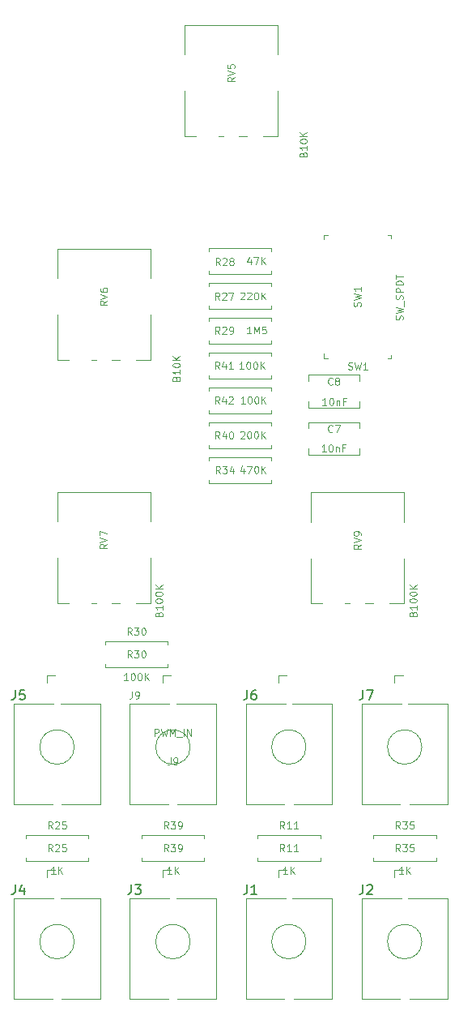
<source format=gbr>
G04 #@! TF.GenerationSoftware,KiCad,Pcbnew,(5.1.4-0-10_14)*
G04 #@! TF.CreationDate,2020-11-15T22:02:50-06:00*
G04 #@! TF.ProjectId,CEM3340_VCO,43454d33-3334-4305-9f56-434f2e6b6963,rev?*
G04 #@! TF.SameCoordinates,Original*
G04 #@! TF.FileFunction,Legend,Top*
G04 #@! TF.FilePolarity,Positive*
%FSLAX46Y46*%
G04 Gerber Fmt 4.6, Leading zero omitted, Abs format (unit mm)*
G04 Created by KiCad (PCBNEW (5.1.4-0-10_14)) date 2020-11-15 22:02:50*
%MOMM*%
%LPD*%
G04 APERTURE LIST*
%ADD10C,0.100000*%
%ADD11C,0.120000*%
%ADD12C,0.125000*%
%ADD13C,0.150000*%
G04 APERTURE END LIST*
D10*
X132115000Y-64420000D02*
X131765000Y-64420000D01*
X132115000Y-64045000D02*
X132115000Y-64420000D01*
X132115000Y-51520000D02*
X132115000Y-51920000D01*
X132115000Y-51520000D02*
X131740000Y-51520000D01*
X125065000Y-51520000D02*
X125490000Y-51520000D01*
X125065000Y-51520000D02*
X125065000Y-51970000D01*
X125065000Y-64395000D02*
X125065000Y-63945000D01*
X125065000Y-64420000D02*
X125490000Y-64420000D01*
D11*
X117020000Y-41210000D02*
X116190000Y-41210000D01*
X114570000Y-41210000D02*
X114040000Y-41210000D01*
X111670000Y-41210000D02*
X110490000Y-41210000D01*
X120230000Y-41210000D02*
X120230000Y-36490000D01*
X110490000Y-32680000D02*
X110490000Y-29620000D01*
X110480000Y-41210000D02*
X110480000Y-36490000D01*
X120230000Y-32680000D02*
X120230000Y-29620000D01*
X120230000Y-41210000D02*
X118740000Y-41210000D01*
X120230000Y-29620000D02*
X110490000Y-29620000D01*
X132460000Y-97530000D02*
X133320000Y-97530000D01*
X132460000Y-97530000D02*
X132460000Y-98330000D01*
X135320000Y-105010000D02*
G75*
G03X135320000Y-105010000I-1800000J0D01*
G01*
X133170000Y-100510000D02*
X129020000Y-100510000D01*
X138020000Y-100510000D02*
X133870000Y-100510000D01*
X133020000Y-111010000D02*
X129020000Y-111010000D01*
X138020000Y-111010000D02*
X134020000Y-111010000D01*
X138020000Y-100510000D02*
X138020000Y-111010000D01*
X129020000Y-100510000D02*
X129020000Y-111010000D01*
X120340000Y-97530000D02*
X121200000Y-97530000D01*
X120340000Y-97530000D02*
X120340000Y-98330000D01*
X123200000Y-105010000D02*
G75*
G03X123200000Y-105010000I-1800000J0D01*
G01*
X121050000Y-100510000D02*
X116900000Y-100510000D01*
X125900000Y-100510000D02*
X121750000Y-100510000D01*
X120900000Y-111010000D02*
X116900000Y-111010000D01*
X125900000Y-111010000D02*
X121900000Y-111010000D01*
X125900000Y-100510000D02*
X125900000Y-111010000D01*
X116900000Y-100510000D02*
X116900000Y-111010000D01*
X96100000Y-97530000D02*
X96960000Y-97530000D01*
X96100000Y-97530000D02*
X96100000Y-98330000D01*
X98960000Y-105010000D02*
G75*
G03X98960000Y-105010000I-1800000J0D01*
G01*
X96810000Y-100510000D02*
X92660000Y-100510000D01*
X101660000Y-100510000D02*
X97510000Y-100510000D01*
X96660000Y-111010000D02*
X92660000Y-111010000D01*
X101660000Y-111010000D02*
X97660000Y-111010000D01*
X101660000Y-100510000D02*
X101660000Y-111010000D01*
X92660000Y-100510000D02*
X92660000Y-111010000D01*
X96100000Y-117850000D02*
X96960000Y-117850000D01*
X96100000Y-117850000D02*
X96100000Y-118650000D01*
X98960000Y-125330000D02*
G75*
G03X98960000Y-125330000I-1800000J0D01*
G01*
X96810000Y-120830000D02*
X92660000Y-120830000D01*
X101660000Y-120830000D02*
X97510000Y-120830000D01*
X96660000Y-131330000D02*
X92660000Y-131330000D01*
X101660000Y-131330000D02*
X97660000Y-131330000D01*
X101660000Y-120830000D02*
X101660000Y-131330000D01*
X92660000Y-120830000D02*
X92660000Y-131330000D01*
X108220000Y-117850000D02*
X109080000Y-117850000D01*
X108220000Y-117850000D02*
X108220000Y-118650000D01*
X111080000Y-125330000D02*
G75*
G03X111080000Y-125330000I-1800000J0D01*
G01*
X108930000Y-120830000D02*
X104780000Y-120830000D01*
X113780000Y-120830000D02*
X109630000Y-120830000D01*
X108780000Y-131330000D02*
X104780000Y-131330000D01*
X113780000Y-131330000D02*
X109780000Y-131330000D01*
X113780000Y-120830000D02*
X113780000Y-131330000D01*
X104780000Y-120830000D02*
X104780000Y-131330000D01*
X132460000Y-117850000D02*
X133320000Y-117850000D01*
X132460000Y-117850000D02*
X132460000Y-118650000D01*
X135320000Y-125330000D02*
G75*
G03X135320000Y-125330000I-1800000J0D01*
G01*
X133170000Y-120830000D02*
X129020000Y-120830000D01*
X138020000Y-120830000D02*
X133870000Y-120830000D01*
X133020000Y-131330000D02*
X129020000Y-131330000D01*
X138020000Y-131330000D02*
X134020000Y-131330000D01*
X138020000Y-120830000D02*
X138020000Y-131330000D01*
X129020000Y-120830000D02*
X129020000Y-131330000D01*
X120340000Y-117850000D02*
X121200000Y-117850000D01*
X120340000Y-117850000D02*
X120340000Y-118650000D01*
X123200000Y-125330000D02*
G75*
G03X123200000Y-125330000I-1800000J0D01*
G01*
X121050000Y-120830000D02*
X116900000Y-120830000D01*
X125900000Y-120830000D02*
X121750000Y-120830000D01*
X120900000Y-131330000D02*
X116900000Y-131330000D01*
X125900000Y-131330000D02*
X121900000Y-131330000D01*
X125900000Y-120830000D02*
X125900000Y-131330000D01*
X116900000Y-120830000D02*
X116900000Y-131330000D01*
X123420000Y-66815000D02*
X123420000Y-66149000D01*
X123420000Y-69591000D02*
X123420000Y-68925000D01*
X128760000Y-66815000D02*
X128760000Y-66149000D01*
X128760000Y-69591000D02*
X128760000Y-68925000D01*
X128760000Y-66149000D02*
X123420000Y-66149000D01*
X128760000Y-69591000D02*
X123420000Y-69591000D01*
X123420000Y-71745000D02*
X123420000Y-71079000D01*
X123420000Y-74521000D02*
X123420000Y-73855000D01*
X128760000Y-71745000D02*
X128760000Y-71079000D01*
X128760000Y-74521000D02*
X128760000Y-73855000D01*
X128760000Y-71079000D02*
X123420000Y-71079000D01*
X128760000Y-74521000D02*
X123420000Y-74521000D01*
X130240000Y-90020000D02*
X129410000Y-90020000D01*
X127790000Y-90020000D02*
X127260000Y-90020000D01*
X124890000Y-90020000D02*
X123710000Y-90020000D01*
X133450000Y-90020000D02*
X133450000Y-85300000D01*
X123710000Y-81490000D02*
X123710000Y-78430000D01*
X123700000Y-90020000D02*
X123700000Y-85300000D01*
X133450000Y-81490000D02*
X133450000Y-78430000D01*
X133450000Y-90020000D02*
X131960000Y-90020000D01*
X133450000Y-78430000D02*
X123710000Y-78430000D01*
X103730000Y-90010000D02*
X102900000Y-90010000D01*
X101280000Y-90010000D02*
X100750000Y-90010000D01*
X98380000Y-90010000D02*
X97200000Y-90010000D01*
X106940000Y-90010000D02*
X106940000Y-85290000D01*
X97200000Y-81480000D02*
X97200000Y-78420000D01*
X97190000Y-90010000D02*
X97190000Y-85290000D01*
X106940000Y-81480000D02*
X106940000Y-78420000D01*
X106940000Y-90010000D02*
X105450000Y-90010000D01*
X106940000Y-78420000D02*
X97200000Y-78420000D01*
X119590000Y-70193332D02*
X119590000Y-69863332D01*
X113050000Y-70193332D02*
X119590000Y-70193332D01*
X113050000Y-69863332D02*
X113050000Y-70193332D01*
X119590000Y-67453332D02*
X119590000Y-67783332D01*
X113050000Y-67453332D02*
X119590000Y-67453332D01*
X113050000Y-67783332D02*
X113050000Y-67453332D01*
X119590000Y-66554999D02*
X119590000Y-66224999D01*
X113050000Y-66554999D02*
X119590000Y-66554999D01*
X113050000Y-66224999D02*
X113050000Y-66554999D01*
X119590000Y-63814999D02*
X119590000Y-64144999D01*
X113050000Y-63814999D02*
X119590000Y-63814999D01*
X113050000Y-64144999D02*
X113050000Y-63814999D01*
X113050000Y-71091665D02*
X113050000Y-71421665D01*
X119590000Y-71091665D02*
X113050000Y-71091665D01*
X119590000Y-71421665D02*
X119590000Y-71091665D01*
X113050000Y-73831665D02*
X113050000Y-73501665D01*
X119590000Y-73831665D02*
X113050000Y-73831665D01*
X119590000Y-73501665D02*
X119590000Y-73831665D01*
X112556666Y-116940000D02*
X112556666Y-116610000D01*
X106016666Y-116940000D02*
X112556666Y-116940000D01*
X106016666Y-116610000D02*
X106016666Y-116940000D01*
X112556666Y-114200000D02*
X112556666Y-114530000D01*
X106016666Y-114200000D02*
X112556666Y-114200000D01*
X106016666Y-114530000D02*
X106016666Y-114200000D01*
X136810000Y-116940000D02*
X136810000Y-116610000D01*
X130270000Y-116940000D02*
X136810000Y-116940000D01*
X130270000Y-116610000D02*
X130270000Y-116940000D01*
X136810000Y-114200000D02*
X136810000Y-114530000D01*
X130270000Y-114200000D02*
X136810000Y-114200000D01*
X130270000Y-114530000D02*
X130270000Y-114200000D01*
X108220000Y-97530000D02*
X109080000Y-97530000D01*
X108220000Y-97530000D02*
X108220000Y-98330000D01*
X111080000Y-105010000D02*
G75*
G03X111080000Y-105010000I-1800000J0D01*
G01*
X108930000Y-100510000D02*
X104780000Y-100510000D01*
X113780000Y-100510000D02*
X109630000Y-100510000D01*
X108780000Y-111010000D02*
X104780000Y-111010000D01*
X113780000Y-111010000D02*
X109780000Y-111010000D01*
X113780000Y-100510000D02*
X113780000Y-111010000D01*
X104780000Y-100510000D02*
X104780000Y-111010000D01*
X119590000Y-77470000D02*
X119590000Y-77140000D01*
X113050000Y-77470000D02*
X119590000Y-77470000D01*
X113050000Y-77140000D02*
X113050000Y-77470000D01*
X119590000Y-74730000D02*
X119590000Y-75060000D01*
X113050000Y-74730000D02*
X119590000Y-74730000D01*
X113050000Y-75060000D02*
X113050000Y-74730000D01*
X108740000Y-96700000D02*
X108740000Y-96370000D01*
X102200000Y-96700000D02*
X108740000Y-96700000D01*
X102200000Y-96370000D02*
X102200000Y-96700000D01*
X108740000Y-93960000D02*
X108740000Y-94290000D01*
X102200000Y-93960000D02*
X108740000Y-93960000D01*
X102200000Y-94290000D02*
X102200000Y-93960000D01*
X113050000Y-60176666D02*
X113050000Y-60506666D01*
X119590000Y-60176666D02*
X113050000Y-60176666D01*
X119590000Y-60506666D02*
X119590000Y-60176666D01*
X113050000Y-62916666D02*
X113050000Y-62586666D01*
X119590000Y-62916666D02*
X113050000Y-62916666D01*
X119590000Y-62586666D02*
X119590000Y-62916666D01*
X113050000Y-52900000D02*
X113050000Y-53230000D01*
X119590000Y-52900000D02*
X113050000Y-52900000D01*
X119590000Y-53230000D02*
X119590000Y-52900000D01*
X113050000Y-55640000D02*
X113050000Y-55310000D01*
X119590000Y-55640000D02*
X113050000Y-55640000D01*
X119590000Y-55310000D02*
X119590000Y-55640000D01*
X113050000Y-56538333D02*
X113050000Y-56868333D01*
X119590000Y-56538333D02*
X113050000Y-56538333D01*
X119590000Y-56868333D02*
X119590000Y-56538333D01*
X113050000Y-59278333D02*
X113050000Y-58948333D01*
X119590000Y-59278333D02*
X113050000Y-59278333D01*
X119590000Y-58948333D02*
X119590000Y-59278333D01*
X100430000Y-116940000D02*
X100430000Y-116610000D01*
X93890000Y-116940000D02*
X100430000Y-116940000D01*
X93890000Y-116610000D02*
X93890000Y-116940000D01*
X100430000Y-114200000D02*
X100430000Y-114530000D01*
X93890000Y-114200000D02*
X100430000Y-114200000D01*
X93890000Y-114530000D02*
X93890000Y-114200000D01*
X124683332Y-116940000D02*
X124683332Y-116610000D01*
X118143332Y-116940000D02*
X124683332Y-116940000D01*
X118143332Y-116610000D02*
X118143332Y-116940000D01*
X124683332Y-114200000D02*
X124683332Y-114530000D01*
X118143332Y-114200000D02*
X124683332Y-114200000D01*
X118143332Y-114530000D02*
X118143332Y-114200000D01*
X103730000Y-64600000D02*
X102900000Y-64600000D01*
X101280000Y-64600000D02*
X100750000Y-64600000D01*
X98380000Y-64600000D02*
X97200000Y-64600000D01*
X106940000Y-64600000D02*
X106940000Y-59880000D01*
X97200000Y-56070000D02*
X97200000Y-53010000D01*
X97190000Y-64600000D02*
X97190000Y-59880000D01*
X106940000Y-56070000D02*
X106940000Y-53010000D01*
X106940000Y-64600000D02*
X105450000Y-64600000D01*
X106940000Y-53010000D02*
X97200000Y-53010000D01*
D12*
X127630000Y-65563571D02*
X127737142Y-65599285D01*
X127915714Y-65599285D01*
X127987142Y-65563571D01*
X128022857Y-65527857D01*
X128058571Y-65456428D01*
X128058571Y-65385000D01*
X128022857Y-65313571D01*
X127987142Y-65277857D01*
X127915714Y-65242142D01*
X127772857Y-65206428D01*
X127701428Y-65170714D01*
X127665714Y-65135000D01*
X127630000Y-65063571D01*
X127630000Y-64992142D01*
X127665714Y-64920714D01*
X127701428Y-64885000D01*
X127772857Y-64849285D01*
X127951428Y-64849285D01*
X128058571Y-64885000D01*
X128308571Y-64849285D02*
X128487142Y-65599285D01*
X128630000Y-65063571D01*
X128772857Y-65599285D01*
X128951428Y-64849285D01*
X129630000Y-65599285D02*
X129201428Y-65599285D01*
X129415714Y-65599285D02*
X129415714Y-64849285D01*
X129344285Y-64956428D01*
X129272857Y-65027857D01*
X129201428Y-65063571D01*
X133303571Y-60401428D02*
X133339285Y-60294285D01*
X133339285Y-60115714D01*
X133303571Y-60044285D01*
X133267857Y-60008571D01*
X133196428Y-59972857D01*
X133125000Y-59972857D01*
X133053571Y-60008571D01*
X133017857Y-60044285D01*
X132982142Y-60115714D01*
X132946428Y-60258571D01*
X132910714Y-60330000D01*
X132875000Y-60365714D01*
X132803571Y-60401428D01*
X132732142Y-60401428D01*
X132660714Y-60365714D01*
X132625000Y-60330000D01*
X132589285Y-60258571D01*
X132589285Y-60080000D01*
X132625000Y-59972857D01*
X132589285Y-59722857D02*
X133339285Y-59544285D01*
X132803571Y-59401428D01*
X133339285Y-59258571D01*
X132589285Y-59080000D01*
X133410714Y-58972857D02*
X133410714Y-58401428D01*
X133303571Y-58258571D02*
X133339285Y-58151428D01*
X133339285Y-57972857D01*
X133303571Y-57901428D01*
X133267857Y-57865714D01*
X133196428Y-57830000D01*
X133125000Y-57830000D01*
X133053571Y-57865714D01*
X133017857Y-57901428D01*
X132982142Y-57972857D01*
X132946428Y-58115714D01*
X132910714Y-58187142D01*
X132875000Y-58222857D01*
X132803571Y-58258571D01*
X132732142Y-58258571D01*
X132660714Y-58222857D01*
X132625000Y-58187142D01*
X132589285Y-58115714D01*
X132589285Y-57937142D01*
X132625000Y-57830000D01*
X133339285Y-57508571D02*
X132589285Y-57508571D01*
X132589285Y-57222857D01*
X132625000Y-57151428D01*
X132660714Y-57115714D01*
X132732142Y-57080000D01*
X132839285Y-57080000D01*
X132910714Y-57115714D01*
X132946428Y-57151428D01*
X132982142Y-57222857D01*
X132982142Y-57508571D01*
X133339285Y-56758571D02*
X132589285Y-56758571D01*
X132589285Y-56580000D01*
X132625000Y-56472857D01*
X132696428Y-56401428D01*
X132767857Y-56365714D01*
X132910714Y-56330000D01*
X133017857Y-56330000D01*
X133160714Y-56365714D01*
X133232142Y-56401428D01*
X133303571Y-56472857D01*
X133339285Y-56580000D01*
X133339285Y-56758571D01*
X132589285Y-56115714D02*
X132589285Y-55687142D01*
X133339285Y-55901428D02*
X132589285Y-55901428D01*
X128893571Y-58970000D02*
X128929285Y-58862857D01*
X128929285Y-58684285D01*
X128893571Y-58612857D01*
X128857857Y-58577142D01*
X128786428Y-58541428D01*
X128715000Y-58541428D01*
X128643571Y-58577142D01*
X128607857Y-58612857D01*
X128572142Y-58684285D01*
X128536428Y-58827142D01*
X128500714Y-58898571D01*
X128465000Y-58934285D01*
X128393571Y-58970000D01*
X128322142Y-58970000D01*
X128250714Y-58934285D01*
X128215000Y-58898571D01*
X128179285Y-58827142D01*
X128179285Y-58648571D01*
X128215000Y-58541428D01*
X128179285Y-58291428D02*
X128929285Y-58112857D01*
X128393571Y-57970000D01*
X128929285Y-57827142D01*
X128179285Y-57648571D01*
X128929285Y-56970000D02*
X128929285Y-57398571D01*
X128929285Y-57184285D02*
X128179285Y-57184285D01*
X128286428Y-57255714D01*
X128357857Y-57327142D01*
X128393571Y-57398571D01*
X115729285Y-35076428D02*
X115372142Y-35326428D01*
X115729285Y-35505000D02*
X114979285Y-35505000D01*
X114979285Y-35219285D01*
X115015000Y-35147857D01*
X115050714Y-35112142D01*
X115122142Y-35076428D01*
X115229285Y-35076428D01*
X115300714Y-35112142D01*
X115336428Y-35147857D01*
X115372142Y-35219285D01*
X115372142Y-35505000D01*
X114979285Y-34862142D02*
X115729285Y-34612142D01*
X114979285Y-34362142D01*
X114979285Y-33755000D02*
X114979285Y-34112142D01*
X115336428Y-34147857D01*
X115300714Y-34112142D01*
X115265000Y-34040714D01*
X115265000Y-33862142D01*
X115300714Y-33790714D01*
X115336428Y-33755000D01*
X115407857Y-33719285D01*
X115586428Y-33719285D01*
X115657857Y-33755000D01*
X115693571Y-33790714D01*
X115729285Y-33862142D01*
X115729285Y-34040714D01*
X115693571Y-34112142D01*
X115657857Y-34147857D01*
X122916428Y-43125714D02*
X122952142Y-43018571D01*
X122987857Y-42982857D01*
X123059285Y-42947142D01*
X123166428Y-42947142D01*
X123237857Y-42982857D01*
X123273571Y-43018571D01*
X123309285Y-43090000D01*
X123309285Y-43375714D01*
X122559285Y-43375714D01*
X122559285Y-43125714D01*
X122595000Y-43054285D01*
X122630714Y-43018571D01*
X122702142Y-42982857D01*
X122773571Y-42982857D01*
X122845000Y-43018571D01*
X122880714Y-43054285D01*
X122916428Y-43125714D01*
X122916428Y-43375714D01*
X123309285Y-42232857D02*
X123309285Y-42661428D01*
X123309285Y-42447142D02*
X122559285Y-42447142D01*
X122666428Y-42518571D01*
X122737857Y-42590000D01*
X122773571Y-42661428D01*
X122559285Y-41768571D02*
X122559285Y-41697142D01*
X122595000Y-41625714D01*
X122630714Y-41590000D01*
X122702142Y-41554285D01*
X122845000Y-41518571D01*
X123023571Y-41518571D01*
X123166428Y-41554285D01*
X123237857Y-41590000D01*
X123273571Y-41625714D01*
X123309285Y-41697142D01*
X123309285Y-41768571D01*
X123273571Y-41840000D01*
X123237857Y-41875714D01*
X123166428Y-41911428D01*
X123023571Y-41947142D01*
X122845000Y-41947142D01*
X122702142Y-41911428D01*
X122630714Y-41875714D01*
X122595000Y-41840000D01*
X122559285Y-41768571D01*
X123309285Y-41197142D02*
X122559285Y-41197142D01*
X123309285Y-40768571D02*
X122880714Y-41090000D01*
X122559285Y-40768571D02*
X122987857Y-41197142D01*
D13*
X129156666Y-99062380D02*
X129156666Y-99776666D01*
X129109047Y-99919523D01*
X129013809Y-100014761D01*
X128870952Y-100062380D01*
X128775714Y-100062380D01*
X129537619Y-99062380D02*
X130204285Y-99062380D01*
X129775714Y-100062380D01*
X117036666Y-99062380D02*
X117036666Y-99776666D01*
X116989047Y-99919523D01*
X116893809Y-100014761D01*
X116750952Y-100062380D01*
X116655714Y-100062380D01*
X117941428Y-99062380D02*
X117750952Y-99062380D01*
X117655714Y-99110000D01*
X117608095Y-99157619D01*
X117512857Y-99300476D01*
X117465238Y-99490952D01*
X117465238Y-99871904D01*
X117512857Y-99967142D01*
X117560476Y-100014761D01*
X117655714Y-100062380D01*
X117846190Y-100062380D01*
X117941428Y-100014761D01*
X117989047Y-99967142D01*
X118036666Y-99871904D01*
X118036666Y-99633809D01*
X117989047Y-99538571D01*
X117941428Y-99490952D01*
X117846190Y-99443333D01*
X117655714Y-99443333D01*
X117560476Y-99490952D01*
X117512857Y-99538571D01*
X117465238Y-99633809D01*
X92796666Y-99062380D02*
X92796666Y-99776666D01*
X92749047Y-99919523D01*
X92653809Y-100014761D01*
X92510952Y-100062380D01*
X92415714Y-100062380D01*
X93749047Y-99062380D02*
X93272857Y-99062380D01*
X93225238Y-99538571D01*
X93272857Y-99490952D01*
X93368095Y-99443333D01*
X93606190Y-99443333D01*
X93701428Y-99490952D01*
X93749047Y-99538571D01*
X93796666Y-99633809D01*
X93796666Y-99871904D01*
X93749047Y-99967142D01*
X93701428Y-100014761D01*
X93606190Y-100062380D01*
X93368095Y-100062380D01*
X93272857Y-100014761D01*
X93225238Y-99967142D01*
X92796666Y-119382380D02*
X92796666Y-120096666D01*
X92749047Y-120239523D01*
X92653809Y-120334761D01*
X92510952Y-120382380D01*
X92415714Y-120382380D01*
X93701428Y-119715714D02*
X93701428Y-120382380D01*
X93463333Y-119334761D02*
X93225238Y-120049047D01*
X93844285Y-120049047D01*
X104916666Y-119382380D02*
X104916666Y-120096666D01*
X104869047Y-120239523D01*
X104773809Y-120334761D01*
X104630952Y-120382380D01*
X104535714Y-120382380D01*
X105297619Y-119382380D02*
X105916666Y-119382380D01*
X105583333Y-119763333D01*
X105726190Y-119763333D01*
X105821428Y-119810952D01*
X105869047Y-119858571D01*
X105916666Y-119953809D01*
X105916666Y-120191904D01*
X105869047Y-120287142D01*
X105821428Y-120334761D01*
X105726190Y-120382380D01*
X105440476Y-120382380D01*
X105345238Y-120334761D01*
X105297619Y-120287142D01*
X129156666Y-119382380D02*
X129156666Y-120096666D01*
X129109047Y-120239523D01*
X129013809Y-120334761D01*
X128870952Y-120382380D01*
X128775714Y-120382380D01*
X129585238Y-119477619D02*
X129632857Y-119430000D01*
X129728095Y-119382380D01*
X129966190Y-119382380D01*
X130061428Y-119430000D01*
X130109047Y-119477619D01*
X130156666Y-119572857D01*
X130156666Y-119668095D01*
X130109047Y-119810952D01*
X129537619Y-120382380D01*
X130156666Y-120382380D01*
X117036666Y-119382380D02*
X117036666Y-120096666D01*
X116989047Y-120239523D01*
X116893809Y-120334761D01*
X116750952Y-120382380D01*
X116655714Y-120382380D01*
X118036666Y-120382380D02*
X117465238Y-120382380D01*
X117750952Y-120382380D02*
X117750952Y-119382380D01*
X117655714Y-119525238D01*
X117560476Y-119620476D01*
X117465238Y-119668095D01*
D12*
X125965000Y-67117857D02*
X125929285Y-67153571D01*
X125822142Y-67189285D01*
X125750714Y-67189285D01*
X125643571Y-67153571D01*
X125572142Y-67082142D01*
X125536428Y-67010714D01*
X125500714Y-66867857D01*
X125500714Y-66760714D01*
X125536428Y-66617857D01*
X125572142Y-66546428D01*
X125643571Y-66475000D01*
X125750714Y-66439285D01*
X125822142Y-66439285D01*
X125929285Y-66475000D01*
X125965000Y-66510714D01*
X126393571Y-66760714D02*
X126322142Y-66725000D01*
X126286428Y-66689285D01*
X126250714Y-66617857D01*
X126250714Y-66582142D01*
X126286428Y-66510714D01*
X126322142Y-66475000D01*
X126393571Y-66439285D01*
X126536428Y-66439285D01*
X126607857Y-66475000D01*
X126643571Y-66510714D01*
X126679285Y-66582142D01*
X126679285Y-66617857D01*
X126643571Y-66689285D01*
X126607857Y-66725000D01*
X126536428Y-66760714D01*
X126393571Y-66760714D01*
X126322142Y-66796428D01*
X126286428Y-66832142D01*
X126250714Y-66903571D01*
X126250714Y-67046428D01*
X126286428Y-67117857D01*
X126322142Y-67153571D01*
X126393571Y-67189285D01*
X126536428Y-67189285D01*
X126607857Y-67153571D01*
X126643571Y-67117857D01*
X126679285Y-67046428D01*
X126679285Y-66903571D01*
X126643571Y-66832142D01*
X126607857Y-66796428D01*
X126536428Y-66760714D01*
X125346428Y-69309285D02*
X124917857Y-69309285D01*
X125132142Y-69309285D02*
X125132142Y-68559285D01*
X125060714Y-68666428D01*
X124989285Y-68737857D01*
X124917857Y-68773571D01*
X125810714Y-68559285D02*
X125882142Y-68559285D01*
X125953571Y-68595000D01*
X125989285Y-68630714D01*
X126025000Y-68702142D01*
X126060714Y-68845000D01*
X126060714Y-69023571D01*
X126025000Y-69166428D01*
X125989285Y-69237857D01*
X125953571Y-69273571D01*
X125882142Y-69309285D01*
X125810714Y-69309285D01*
X125739285Y-69273571D01*
X125703571Y-69237857D01*
X125667857Y-69166428D01*
X125632142Y-69023571D01*
X125632142Y-68845000D01*
X125667857Y-68702142D01*
X125703571Y-68630714D01*
X125739285Y-68595000D01*
X125810714Y-68559285D01*
X126382142Y-68809285D02*
X126382142Y-69309285D01*
X126382142Y-68880714D02*
X126417857Y-68845000D01*
X126489285Y-68809285D01*
X126596428Y-68809285D01*
X126667857Y-68845000D01*
X126703571Y-68916428D01*
X126703571Y-69309285D01*
X127310714Y-68916428D02*
X127060714Y-68916428D01*
X127060714Y-69309285D02*
X127060714Y-68559285D01*
X127417857Y-68559285D01*
X125965000Y-72057857D02*
X125929285Y-72093571D01*
X125822142Y-72129285D01*
X125750714Y-72129285D01*
X125643571Y-72093571D01*
X125572142Y-72022142D01*
X125536428Y-71950714D01*
X125500714Y-71807857D01*
X125500714Y-71700714D01*
X125536428Y-71557857D01*
X125572142Y-71486428D01*
X125643571Y-71415000D01*
X125750714Y-71379285D01*
X125822142Y-71379285D01*
X125929285Y-71415000D01*
X125965000Y-71450714D01*
X126215000Y-71379285D02*
X126715000Y-71379285D01*
X126393571Y-72129285D01*
X125286428Y-74169285D02*
X124857857Y-74169285D01*
X125072142Y-74169285D02*
X125072142Y-73419285D01*
X125000714Y-73526428D01*
X124929285Y-73597857D01*
X124857857Y-73633571D01*
X125750714Y-73419285D02*
X125822142Y-73419285D01*
X125893571Y-73455000D01*
X125929285Y-73490714D01*
X125965000Y-73562142D01*
X126000714Y-73705000D01*
X126000714Y-73883571D01*
X125965000Y-74026428D01*
X125929285Y-74097857D01*
X125893571Y-74133571D01*
X125822142Y-74169285D01*
X125750714Y-74169285D01*
X125679285Y-74133571D01*
X125643571Y-74097857D01*
X125607857Y-74026428D01*
X125572142Y-73883571D01*
X125572142Y-73705000D01*
X125607857Y-73562142D01*
X125643571Y-73490714D01*
X125679285Y-73455000D01*
X125750714Y-73419285D01*
X126322142Y-73669285D02*
X126322142Y-74169285D01*
X126322142Y-73740714D02*
X126357857Y-73705000D01*
X126429285Y-73669285D01*
X126536428Y-73669285D01*
X126607857Y-73705000D01*
X126643571Y-73776428D01*
X126643571Y-74169285D01*
X127250714Y-73776428D02*
X127000714Y-73776428D01*
X127000714Y-74169285D02*
X127000714Y-73419285D01*
X127357857Y-73419285D01*
X128949285Y-83856428D02*
X128592142Y-84106428D01*
X128949285Y-84285000D02*
X128199285Y-84285000D01*
X128199285Y-83999285D01*
X128235000Y-83927857D01*
X128270714Y-83892142D01*
X128342142Y-83856428D01*
X128449285Y-83856428D01*
X128520714Y-83892142D01*
X128556428Y-83927857D01*
X128592142Y-83999285D01*
X128592142Y-84285000D01*
X128199285Y-83642142D02*
X128949285Y-83392142D01*
X128199285Y-83142142D01*
X128949285Y-82856428D02*
X128949285Y-82713571D01*
X128913571Y-82642142D01*
X128877857Y-82606428D01*
X128770714Y-82535000D01*
X128627857Y-82499285D01*
X128342142Y-82499285D01*
X128270714Y-82535000D01*
X128235000Y-82570714D01*
X128199285Y-82642142D01*
X128199285Y-82785000D01*
X128235000Y-82856428D01*
X128270714Y-82892142D01*
X128342142Y-82927857D01*
X128520714Y-82927857D01*
X128592142Y-82892142D01*
X128627857Y-82856428D01*
X128663571Y-82785000D01*
X128663571Y-82642142D01*
X128627857Y-82570714D01*
X128592142Y-82535000D01*
X128520714Y-82499285D01*
X134396428Y-91102857D02*
X134432142Y-90995714D01*
X134467857Y-90960000D01*
X134539285Y-90924285D01*
X134646428Y-90924285D01*
X134717857Y-90960000D01*
X134753571Y-90995714D01*
X134789285Y-91067142D01*
X134789285Y-91352857D01*
X134039285Y-91352857D01*
X134039285Y-91102857D01*
X134075000Y-91031428D01*
X134110714Y-90995714D01*
X134182142Y-90960000D01*
X134253571Y-90960000D01*
X134325000Y-90995714D01*
X134360714Y-91031428D01*
X134396428Y-91102857D01*
X134396428Y-91352857D01*
X134789285Y-90210000D02*
X134789285Y-90638571D01*
X134789285Y-90424285D02*
X134039285Y-90424285D01*
X134146428Y-90495714D01*
X134217857Y-90567142D01*
X134253571Y-90638571D01*
X134039285Y-89745714D02*
X134039285Y-89674285D01*
X134075000Y-89602857D01*
X134110714Y-89567142D01*
X134182142Y-89531428D01*
X134325000Y-89495714D01*
X134503571Y-89495714D01*
X134646428Y-89531428D01*
X134717857Y-89567142D01*
X134753571Y-89602857D01*
X134789285Y-89674285D01*
X134789285Y-89745714D01*
X134753571Y-89817142D01*
X134717857Y-89852857D01*
X134646428Y-89888571D01*
X134503571Y-89924285D01*
X134325000Y-89924285D01*
X134182142Y-89888571D01*
X134110714Y-89852857D01*
X134075000Y-89817142D01*
X134039285Y-89745714D01*
X134039285Y-89031428D02*
X134039285Y-88960000D01*
X134075000Y-88888571D01*
X134110714Y-88852857D01*
X134182142Y-88817142D01*
X134325000Y-88781428D01*
X134503571Y-88781428D01*
X134646428Y-88817142D01*
X134717857Y-88852857D01*
X134753571Y-88888571D01*
X134789285Y-88960000D01*
X134789285Y-89031428D01*
X134753571Y-89102857D01*
X134717857Y-89138571D01*
X134646428Y-89174285D01*
X134503571Y-89210000D01*
X134325000Y-89210000D01*
X134182142Y-89174285D01*
X134110714Y-89138571D01*
X134075000Y-89102857D01*
X134039285Y-89031428D01*
X134789285Y-88460000D02*
X134039285Y-88460000D01*
X134789285Y-88031428D02*
X134360714Y-88352857D01*
X134039285Y-88031428D02*
X134467857Y-88460000D01*
X102399285Y-83816428D02*
X102042142Y-84066428D01*
X102399285Y-84245000D02*
X101649285Y-84245000D01*
X101649285Y-83959285D01*
X101685000Y-83887857D01*
X101720714Y-83852142D01*
X101792142Y-83816428D01*
X101899285Y-83816428D01*
X101970714Y-83852142D01*
X102006428Y-83887857D01*
X102042142Y-83959285D01*
X102042142Y-84245000D01*
X101649285Y-83602142D02*
X102399285Y-83352142D01*
X101649285Y-83102142D01*
X101649285Y-82923571D02*
X101649285Y-82423571D01*
X102399285Y-82745000D01*
X107786428Y-91132857D02*
X107822142Y-91025714D01*
X107857857Y-90990000D01*
X107929285Y-90954285D01*
X108036428Y-90954285D01*
X108107857Y-90990000D01*
X108143571Y-91025714D01*
X108179285Y-91097142D01*
X108179285Y-91382857D01*
X107429285Y-91382857D01*
X107429285Y-91132857D01*
X107465000Y-91061428D01*
X107500714Y-91025714D01*
X107572142Y-90990000D01*
X107643571Y-90990000D01*
X107715000Y-91025714D01*
X107750714Y-91061428D01*
X107786428Y-91132857D01*
X107786428Y-91382857D01*
X108179285Y-90240000D02*
X108179285Y-90668571D01*
X108179285Y-90454285D02*
X107429285Y-90454285D01*
X107536428Y-90525714D01*
X107607857Y-90597142D01*
X107643571Y-90668571D01*
X107429285Y-89775714D02*
X107429285Y-89704285D01*
X107465000Y-89632857D01*
X107500714Y-89597142D01*
X107572142Y-89561428D01*
X107715000Y-89525714D01*
X107893571Y-89525714D01*
X108036428Y-89561428D01*
X108107857Y-89597142D01*
X108143571Y-89632857D01*
X108179285Y-89704285D01*
X108179285Y-89775714D01*
X108143571Y-89847142D01*
X108107857Y-89882857D01*
X108036428Y-89918571D01*
X107893571Y-89954285D01*
X107715000Y-89954285D01*
X107572142Y-89918571D01*
X107500714Y-89882857D01*
X107465000Y-89847142D01*
X107429285Y-89775714D01*
X107429285Y-89061428D02*
X107429285Y-88990000D01*
X107465000Y-88918571D01*
X107500714Y-88882857D01*
X107572142Y-88847142D01*
X107715000Y-88811428D01*
X107893571Y-88811428D01*
X108036428Y-88847142D01*
X108107857Y-88882857D01*
X108143571Y-88918571D01*
X108179285Y-88990000D01*
X108179285Y-89061428D01*
X108143571Y-89132857D01*
X108107857Y-89168571D01*
X108036428Y-89204285D01*
X107893571Y-89240000D01*
X107715000Y-89240000D01*
X107572142Y-89204285D01*
X107500714Y-89168571D01*
X107465000Y-89132857D01*
X107429285Y-89061428D01*
X108179285Y-88490000D02*
X107429285Y-88490000D01*
X108179285Y-88061428D02*
X107750714Y-88382857D01*
X107429285Y-88061428D02*
X107857857Y-88490000D01*
X114137857Y-69149285D02*
X113887857Y-68792142D01*
X113709285Y-69149285D02*
X113709285Y-68399285D01*
X113995000Y-68399285D01*
X114066428Y-68435000D01*
X114102142Y-68470714D01*
X114137857Y-68542142D01*
X114137857Y-68649285D01*
X114102142Y-68720714D01*
X114066428Y-68756428D01*
X113995000Y-68792142D01*
X113709285Y-68792142D01*
X114780714Y-68649285D02*
X114780714Y-69149285D01*
X114602142Y-68363571D02*
X114423571Y-68899285D01*
X114887857Y-68899285D01*
X115137857Y-68470714D02*
X115173571Y-68435000D01*
X115245000Y-68399285D01*
X115423571Y-68399285D01*
X115495000Y-68435000D01*
X115530714Y-68470714D01*
X115566428Y-68542142D01*
X115566428Y-68613571D01*
X115530714Y-68720714D01*
X115102142Y-69149285D01*
X115566428Y-69149285D01*
X116815000Y-69149285D02*
X116386428Y-69149285D01*
X116600714Y-69149285D02*
X116600714Y-68399285D01*
X116529285Y-68506428D01*
X116457857Y-68577857D01*
X116386428Y-68613571D01*
X117279285Y-68399285D02*
X117350714Y-68399285D01*
X117422142Y-68435000D01*
X117457857Y-68470714D01*
X117493571Y-68542142D01*
X117529285Y-68685000D01*
X117529285Y-68863571D01*
X117493571Y-69006428D01*
X117457857Y-69077857D01*
X117422142Y-69113571D01*
X117350714Y-69149285D01*
X117279285Y-69149285D01*
X117207857Y-69113571D01*
X117172142Y-69077857D01*
X117136428Y-69006428D01*
X117100714Y-68863571D01*
X117100714Y-68685000D01*
X117136428Y-68542142D01*
X117172142Y-68470714D01*
X117207857Y-68435000D01*
X117279285Y-68399285D01*
X117993571Y-68399285D02*
X118065000Y-68399285D01*
X118136428Y-68435000D01*
X118172142Y-68470714D01*
X118207857Y-68542142D01*
X118243571Y-68685000D01*
X118243571Y-68863571D01*
X118207857Y-69006428D01*
X118172142Y-69077857D01*
X118136428Y-69113571D01*
X118065000Y-69149285D01*
X117993571Y-69149285D01*
X117922142Y-69113571D01*
X117886428Y-69077857D01*
X117850714Y-69006428D01*
X117815000Y-68863571D01*
X117815000Y-68685000D01*
X117850714Y-68542142D01*
X117886428Y-68470714D01*
X117922142Y-68435000D01*
X117993571Y-68399285D01*
X118565000Y-69149285D02*
X118565000Y-68399285D01*
X118993571Y-69149285D02*
X118672142Y-68720714D01*
X118993571Y-68399285D02*
X118565000Y-68827857D01*
X114137857Y-65529285D02*
X113887857Y-65172142D01*
X113709285Y-65529285D02*
X113709285Y-64779285D01*
X113995000Y-64779285D01*
X114066428Y-64815000D01*
X114102142Y-64850714D01*
X114137857Y-64922142D01*
X114137857Y-65029285D01*
X114102142Y-65100714D01*
X114066428Y-65136428D01*
X113995000Y-65172142D01*
X113709285Y-65172142D01*
X114780714Y-65029285D02*
X114780714Y-65529285D01*
X114602142Y-64743571D02*
X114423571Y-65279285D01*
X114887857Y-65279285D01*
X115566428Y-65529285D02*
X115137857Y-65529285D01*
X115352142Y-65529285D02*
X115352142Y-64779285D01*
X115280714Y-64886428D01*
X115209285Y-64957857D01*
X115137857Y-64993571D01*
X116675000Y-65529285D02*
X116246428Y-65529285D01*
X116460714Y-65529285D02*
X116460714Y-64779285D01*
X116389285Y-64886428D01*
X116317857Y-64957857D01*
X116246428Y-64993571D01*
X117139285Y-64779285D02*
X117210714Y-64779285D01*
X117282142Y-64815000D01*
X117317857Y-64850714D01*
X117353571Y-64922142D01*
X117389285Y-65065000D01*
X117389285Y-65243571D01*
X117353571Y-65386428D01*
X117317857Y-65457857D01*
X117282142Y-65493571D01*
X117210714Y-65529285D01*
X117139285Y-65529285D01*
X117067857Y-65493571D01*
X117032142Y-65457857D01*
X116996428Y-65386428D01*
X116960714Y-65243571D01*
X116960714Y-65065000D01*
X116996428Y-64922142D01*
X117032142Y-64850714D01*
X117067857Y-64815000D01*
X117139285Y-64779285D01*
X117853571Y-64779285D02*
X117925000Y-64779285D01*
X117996428Y-64815000D01*
X118032142Y-64850714D01*
X118067857Y-64922142D01*
X118103571Y-65065000D01*
X118103571Y-65243571D01*
X118067857Y-65386428D01*
X118032142Y-65457857D01*
X117996428Y-65493571D01*
X117925000Y-65529285D01*
X117853571Y-65529285D01*
X117782142Y-65493571D01*
X117746428Y-65457857D01*
X117710714Y-65386428D01*
X117675000Y-65243571D01*
X117675000Y-65065000D01*
X117710714Y-64922142D01*
X117746428Y-64850714D01*
X117782142Y-64815000D01*
X117853571Y-64779285D01*
X118425000Y-65529285D02*
X118425000Y-64779285D01*
X118853571Y-65529285D02*
X118532142Y-65100714D01*
X118853571Y-64779285D02*
X118425000Y-65207857D01*
X114157857Y-72819285D02*
X113907857Y-72462142D01*
X113729285Y-72819285D02*
X113729285Y-72069285D01*
X114015000Y-72069285D01*
X114086428Y-72105000D01*
X114122142Y-72140714D01*
X114157857Y-72212142D01*
X114157857Y-72319285D01*
X114122142Y-72390714D01*
X114086428Y-72426428D01*
X114015000Y-72462142D01*
X113729285Y-72462142D01*
X114800714Y-72319285D02*
X114800714Y-72819285D01*
X114622142Y-72033571D02*
X114443571Y-72569285D01*
X114907857Y-72569285D01*
X115336428Y-72069285D02*
X115407857Y-72069285D01*
X115479285Y-72105000D01*
X115515000Y-72140714D01*
X115550714Y-72212142D01*
X115586428Y-72355000D01*
X115586428Y-72533571D01*
X115550714Y-72676428D01*
X115515000Y-72747857D01*
X115479285Y-72783571D01*
X115407857Y-72819285D01*
X115336428Y-72819285D01*
X115265000Y-72783571D01*
X115229285Y-72747857D01*
X115193571Y-72676428D01*
X115157857Y-72533571D01*
X115157857Y-72355000D01*
X115193571Y-72212142D01*
X115229285Y-72140714D01*
X115265000Y-72105000D01*
X115336428Y-72069285D01*
X116336428Y-72110714D02*
X116372142Y-72075000D01*
X116443571Y-72039285D01*
X116622142Y-72039285D01*
X116693571Y-72075000D01*
X116729285Y-72110714D01*
X116765000Y-72182142D01*
X116765000Y-72253571D01*
X116729285Y-72360714D01*
X116300714Y-72789285D01*
X116765000Y-72789285D01*
X117229285Y-72039285D02*
X117300714Y-72039285D01*
X117372142Y-72075000D01*
X117407857Y-72110714D01*
X117443571Y-72182142D01*
X117479285Y-72325000D01*
X117479285Y-72503571D01*
X117443571Y-72646428D01*
X117407857Y-72717857D01*
X117372142Y-72753571D01*
X117300714Y-72789285D01*
X117229285Y-72789285D01*
X117157857Y-72753571D01*
X117122142Y-72717857D01*
X117086428Y-72646428D01*
X117050714Y-72503571D01*
X117050714Y-72325000D01*
X117086428Y-72182142D01*
X117122142Y-72110714D01*
X117157857Y-72075000D01*
X117229285Y-72039285D01*
X117943571Y-72039285D02*
X118015000Y-72039285D01*
X118086428Y-72075000D01*
X118122142Y-72110714D01*
X118157857Y-72182142D01*
X118193571Y-72325000D01*
X118193571Y-72503571D01*
X118157857Y-72646428D01*
X118122142Y-72717857D01*
X118086428Y-72753571D01*
X118015000Y-72789285D01*
X117943571Y-72789285D01*
X117872142Y-72753571D01*
X117836428Y-72717857D01*
X117800714Y-72646428D01*
X117765000Y-72503571D01*
X117765000Y-72325000D01*
X117800714Y-72182142D01*
X117836428Y-72110714D01*
X117872142Y-72075000D01*
X117943571Y-72039285D01*
X118515000Y-72789285D02*
X118515000Y-72039285D01*
X118943571Y-72789285D02*
X118622142Y-72360714D01*
X118943571Y-72039285D02*
X118515000Y-72467857D01*
X108804523Y-113539285D02*
X108554523Y-113182142D01*
X108375951Y-113539285D02*
X108375951Y-112789285D01*
X108661666Y-112789285D01*
X108733094Y-112825000D01*
X108768808Y-112860714D01*
X108804523Y-112932142D01*
X108804523Y-113039285D01*
X108768808Y-113110714D01*
X108733094Y-113146428D01*
X108661666Y-113182142D01*
X108375951Y-113182142D01*
X109054523Y-112789285D02*
X109518808Y-112789285D01*
X109268808Y-113075000D01*
X109375951Y-113075000D01*
X109447380Y-113110714D01*
X109483094Y-113146428D01*
X109518808Y-113217857D01*
X109518808Y-113396428D01*
X109483094Y-113467857D01*
X109447380Y-113503571D01*
X109375951Y-113539285D01*
X109161666Y-113539285D01*
X109090237Y-113503571D01*
X109054523Y-113467857D01*
X109875951Y-113539285D02*
X110018808Y-113539285D01*
X110090237Y-113503571D01*
X110125951Y-113467857D01*
X110197380Y-113360714D01*
X110233094Y-113217857D01*
X110233094Y-112932142D01*
X110197380Y-112860714D01*
X110161666Y-112825000D01*
X110090237Y-112789285D01*
X109947380Y-112789285D01*
X109875951Y-112825000D01*
X109840237Y-112860714D01*
X109804523Y-112932142D01*
X109804523Y-113110714D01*
X109840237Y-113182142D01*
X109875951Y-113217857D01*
X109947380Y-113253571D01*
X110090237Y-113253571D01*
X110161666Y-113217857D01*
X110197380Y-113182142D01*
X110233094Y-113110714D01*
X109125951Y-118279285D02*
X108697380Y-118279285D01*
X108911666Y-118279285D02*
X108911666Y-117529285D01*
X108840237Y-117636428D01*
X108768808Y-117707857D01*
X108697380Y-117743571D01*
X109447380Y-118279285D02*
X109447380Y-117529285D01*
X109875951Y-118279285D02*
X109554523Y-117850714D01*
X109875951Y-117529285D02*
X109447380Y-117957857D01*
X108804523Y-115909285D02*
X108554523Y-115552142D01*
X108375951Y-115909285D02*
X108375951Y-115159285D01*
X108661666Y-115159285D01*
X108733094Y-115195000D01*
X108768808Y-115230714D01*
X108804523Y-115302142D01*
X108804523Y-115409285D01*
X108768808Y-115480714D01*
X108733094Y-115516428D01*
X108661666Y-115552142D01*
X108375951Y-115552142D01*
X109054523Y-115159285D02*
X109518808Y-115159285D01*
X109268808Y-115445000D01*
X109375951Y-115445000D01*
X109447380Y-115480714D01*
X109483094Y-115516428D01*
X109518808Y-115587857D01*
X109518808Y-115766428D01*
X109483094Y-115837857D01*
X109447380Y-115873571D01*
X109375951Y-115909285D01*
X109161666Y-115909285D01*
X109090237Y-115873571D01*
X109054523Y-115837857D01*
X109875951Y-115909285D02*
X110018808Y-115909285D01*
X110090237Y-115873571D01*
X110125951Y-115837857D01*
X110197380Y-115730714D01*
X110233094Y-115587857D01*
X110233094Y-115302142D01*
X110197380Y-115230714D01*
X110161666Y-115195000D01*
X110090237Y-115159285D01*
X109947380Y-115159285D01*
X109875951Y-115195000D01*
X109840237Y-115230714D01*
X109804523Y-115302142D01*
X109804523Y-115480714D01*
X109840237Y-115552142D01*
X109875951Y-115587857D01*
X109947380Y-115623571D01*
X110090237Y-115623571D01*
X110161666Y-115587857D01*
X110197380Y-115552142D01*
X110233094Y-115480714D01*
X133057857Y-113539285D02*
X132807857Y-113182142D01*
X132629285Y-113539285D02*
X132629285Y-112789285D01*
X132915000Y-112789285D01*
X132986428Y-112825000D01*
X133022142Y-112860714D01*
X133057857Y-112932142D01*
X133057857Y-113039285D01*
X133022142Y-113110714D01*
X132986428Y-113146428D01*
X132915000Y-113182142D01*
X132629285Y-113182142D01*
X133307857Y-112789285D02*
X133772142Y-112789285D01*
X133522142Y-113075000D01*
X133629285Y-113075000D01*
X133700714Y-113110714D01*
X133736428Y-113146428D01*
X133772142Y-113217857D01*
X133772142Y-113396428D01*
X133736428Y-113467857D01*
X133700714Y-113503571D01*
X133629285Y-113539285D01*
X133415000Y-113539285D01*
X133343571Y-113503571D01*
X133307857Y-113467857D01*
X134450714Y-112789285D02*
X134093571Y-112789285D01*
X134057857Y-113146428D01*
X134093571Y-113110714D01*
X134165000Y-113075000D01*
X134343571Y-113075000D01*
X134415000Y-113110714D01*
X134450714Y-113146428D01*
X134486428Y-113217857D01*
X134486428Y-113396428D01*
X134450714Y-113467857D01*
X134415000Y-113503571D01*
X134343571Y-113539285D01*
X134165000Y-113539285D01*
X134093571Y-113503571D01*
X134057857Y-113467857D01*
X133379285Y-118279285D02*
X132950714Y-118279285D01*
X133165000Y-118279285D02*
X133165000Y-117529285D01*
X133093571Y-117636428D01*
X133022142Y-117707857D01*
X132950714Y-117743571D01*
X133700714Y-118279285D02*
X133700714Y-117529285D01*
X134129285Y-118279285D02*
X133807857Y-117850714D01*
X134129285Y-117529285D02*
X133700714Y-117957857D01*
X133057857Y-115909285D02*
X132807857Y-115552142D01*
X132629285Y-115909285D02*
X132629285Y-115159285D01*
X132915000Y-115159285D01*
X132986428Y-115195000D01*
X133022142Y-115230714D01*
X133057857Y-115302142D01*
X133057857Y-115409285D01*
X133022142Y-115480714D01*
X132986428Y-115516428D01*
X132915000Y-115552142D01*
X132629285Y-115552142D01*
X133307857Y-115159285D02*
X133772142Y-115159285D01*
X133522142Y-115445000D01*
X133629285Y-115445000D01*
X133700714Y-115480714D01*
X133736428Y-115516428D01*
X133772142Y-115587857D01*
X133772142Y-115766428D01*
X133736428Y-115837857D01*
X133700714Y-115873571D01*
X133629285Y-115909285D01*
X133415000Y-115909285D01*
X133343571Y-115873571D01*
X133307857Y-115837857D01*
X134450714Y-115159285D02*
X134093571Y-115159285D01*
X134057857Y-115516428D01*
X134093571Y-115480714D01*
X134165000Y-115445000D01*
X134343571Y-115445000D01*
X134415000Y-115480714D01*
X134450714Y-115516428D01*
X134486428Y-115587857D01*
X134486428Y-115766428D01*
X134450714Y-115837857D01*
X134415000Y-115873571D01*
X134343571Y-115909285D01*
X134165000Y-115909285D01*
X134093571Y-115873571D01*
X134057857Y-115837857D01*
X105000000Y-99199285D02*
X105000000Y-99735000D01*
X104964285Y-99842142D01*
X104892857Y-99913571D01*
X104785714Y-99949285D01*
X104714285Y-99949285D01*
X105392857Y-99949285D02*
X105535714Y-99949285D01*
X105607142Y-99913571D01*
X105642857Y-99877857D01*
X105714285Y-99770714D01*
X105750000Y-99627857D01*
X105750000Y-99342142D01*
X105714285Y-99270714D01*
X105678571Y-99235000D01*
X105607142Y-99199285D01*
X105464285Y-99199285D01*
X105392857Y-99235000D01*
X105357142Y-99270714D01*
X105321428Y-99342142D01*
X105321428Y-99520714D01*
X105357142Y-99592142D01*
X105392857Y-99627857D01*
X105464285Y-99663571D01*
X105607142Y-99663571D01*
X105678571Y-99627857D01*
X105714285Y-99592142D01*
X105750000Y-99520714D01*
X107369285Y-103869285D02*
X107369285Y-103119285D01*
X107655000Y-103119285D01*
X107726428Y-103155000D01*
X107762142Y-103190714D01*
X107797857Y-103262142D01*
X107797857Y-103369285D01*
X107762142Y-103440714D01*
X107726428Y-103476428D01*
X107655000Y-103512142D01*
X107369285Y-103512142D01*
X108047857Y-103119285D02*
X108226428Y-103869285D01*
X108369285Y-103333571D01*
X108512142Y-103869285D01*
X108690714Y-103119285D01*
X108976428Y-103869285D02*
X108976428Y-103119285D01*
X109226428Y-103655000D01*
X109476428Y-103119285D01*
X109476428Y-103869285D01*
X109655000Y-103940714D02*
X110226428Y-103940714D01*
X110405000Y-103869285D02*
X110405000Y-103119285D01*
X110762142Y-103869285D02*
X110762142Y-103119285D01*
X111190714Y-103869285D01*
X111190714Y-103119285D01*
X109030000Y-106119285D02*
X109030000Y-106655000D01*
X108994285Y-106762142D01*
X108922857Y-106833571D01*
X108815714Y-106869285D01*
X108744285Y-106869285D01*
X109422857Y-106869285D02*
X109565714Y-106869285D01*
X109637142Y-106833571D01*
X109672857Y-106797857D01*
X109744285Y-106690714D01*
X109780000Y-106547857D01*
X109780000Y-106262142D01*
X109744285Y-106190714D01*
X109708571Y-106155000D01*
X109637142Y-106119285D01*
X109494285Y-106119285D01*
X109422857Y-106155000D01*
X109387142Y-106190714D01*
X109351428Y-106262142D01*
X109351428Y-106440714D01*
X109387142Y-106512142D01*
X109422857Y-106547857D01*
X109494285Y-106583571D01*
X109637142Y-106583571D01*
X109708571Y-106547857D01*
X109744285Y-106512142D01*
X109780000Y-106440714D01*
X114217857Y-76439285D02*
X113967857Y-76082142D01*
X113789285Y-76439285D02*
X113789285Y-75689285D01*
X114075000Y-75689285D01*
X114146428Y-75725000D01*
X114182142Y-75760714D01*
X114217857Y-75832142D01*
X114217857Y-75939285D01*
X114182142Y-76010714D01*
X114146428Y-76046428D01*
X114075000Y-76082142D01*
X113789285Y-76082142D01*
X114467857Y-75689285D02*
X114932142Y-75689285D01*
X114682142Y-75975000D01*
X114789285Y-75975000D01*
X114860714Y-76010714D01*
X114896428Y-76046428D01*
X114932142Y-76117857D01*
X114932142Y-76296428D01*
X114896428Y-76367857D01*
X114860714Y-76403571D01*
X114789285Y-76439285D01*
X114575000Y-76439285D01*
X114503571Y-76403571D01*
X114467857Y-76367857D01*
X115575000Y-75939285D02*
X115575000Y-76439285D01*
X115396428Y-75653571D02*
X115217857Y-76189285D01*
X115682142Y-76189285D01*
X116723571Y-75909285D02*
X116723571Y-76409285D01*
X116545000Y-75623571D02*
X116366428Y-76159285D01*
X116830714Y-76159285D01*
X117045000Y-75659285D02*
X117545000Y-75659285D01*
X117223571Y-76409285D01*
X117973571Y-75659285D02*
X118045000Y-75659285D01*
X118116428Y-75695000D01*
X118152142Y-75730714D01*
X118187857Y-75802142D01*
X118223571Y-75945000D01*
X118223571Y-76123571D01*
X118187857Y-76266428D01*
X118152142Y-76337857D01*
X118116428Y-76373571D01*
X118045000Y-76409285D01*
X117973571Y-76409285D01*
X117902142Y-76373571D01*
X117866428Y-76337857D01*
X117830714Y-76266428D01*
X117795000Y-76123571D01*
X117795000Y-75945000D01*
X117830714Y-75802142D01*
X117866428Y-75730714D01*
X117902142Y-75695000D01*
X117973571Y-75659285D01*
X118545000Y-76409285D02*
X118545000Y-75659285D01*
X118973571Y-76409285D02*
X118652142Y-75980714D01*
X118973571Y-75659285D02*
X118545000Y-76087857D01*
X104987857Y-93299285D02*
X104737857Y-92942142D01*
X104559285Y-93299285D02*
X104559285Y-92549285D01*
X104845000Y-92549285D01*
X104916428Y-92585000D01*
X104952142Y-92620714D01*
X104987857Y-92692142D01*
X104987857Y-92799285D01*
X104952142Y-92870714D01*
X104916428Y-92906428D01*
X104845000Y-92942142D01*
X104559285Y-92942142D01*
X105237857Y-92549285D02*
X105702142Y-92549285D01*
X105452142Y-92835000D01*
X105559285Y-92835000D01*
X105630714Y-92870714D01*
X105666428Y-92906428D01*
X105702142Y-92977857D01*
X105702142Y-93156428D01*
X105666428Y-93227857D01*
X105630714Y-93263571D01*
X105559285Y-93299285D01*
X105345000Y-93299285D01*
X105273571Y-93263571D01*
X105237857Y-93227857D01*
X106166428Y-92549285D02*
X106237857Y-92549285D01*
X106309285Y-92585000D01*
X106345000Y-92620714D01*
X106380714Y-92692142D01*
X106416428Y-92835000D01*
X106416428Y-93013571D01*
X106380714Y-93156428D01*
X106345000Y-93227857D01*
X106309285Y-93263571D01*
X106237857Y-93299285D01*
X106166428Y-93299285D01*
X106095000Y-93263571D01*
X106059285Y-93227857D01*
X106023571Y-93156428D01*
X105987857Y-93013571D01*
X105987857Y-92835000D01*
X106023571Y-92692142D01*
X106059285Y-92620714D01*
X106095000Y-92585000D01*
X106166428Y-92549285D01*
X104595000Y-98039285D02*
X104166428Y-98039285D01*
X104380714Y-98039285D02*
X104380714Y-97289285D01*
X104309285Y-97396428D01*
X104237857Y-97467857D01*
X104166428Y-97503571D01*
X105059285Y-97289285D02*
X105130714Y-97289285D01*
X105202142Y-97325000D01*
X105237857Y-97360714D01*
X105273571Y-97432142D01*
X105309285Y-97575000D01*
X105309285Y-97753571D01*
X105273571Y-97896428D01*
X105237857Y-97967857D01*
X105202142Y-98003571D01*
X105130714Y-98039285D01*
X105059285Y-98039285D01*
X104987857Y-98003571D01*
X104952142Y-97967857D01*
X104916428Y-97896428D01*
X104880714Y-97753571D01*
X104880714Y-97575000D01*
X104916428Y-97432142D01*
X104952142Y-97360714D01*
X104987857Y-97325000D01*
X105059285Y-97289285D01*
X105773571Y-97289285D02*
X105845000Y-97289285D01*
X105916428Y-97325000D01*
X105952142Y-97360714D01*
X105987857Y-97432142D01*
X106023571Y-97575000D01*
X106023571Y-97753571D01*
X105987857Y-97896428D01*
X105952142Y-97967857D01*
X105916428Y-98003571D01*
X105845000Y-98039285D01*
X105773571Y-98039285D01*
X105702142Y-98003571D01*
X105666428Y-97967857D01*
X105630714Y-97896428D01*
X105595000Y-97753571D01*
X105595000Y-97575000D01*
X105630714Y-97432142D01*
X105666428Y-97360714D01*
X105702142Y-97325000D01*
X105773571Y-97289285D01*
X106345000Y-98039285D02*
X106345000Y-97289285D01*
X106773571Y-98039285D02*
X106452142Y-97610714D01*
X106773571Y-97289285D02*
X106345000Y-97717857D01*
X104987857Y-95669285D02*
X104737857Y-95312142D01*
X104559285Y-95669285D02*
X104559285Y-94919285D01*
X104845000Y-94919285D01*
X104916428Y-94955000D01*
X104952142Y-94990714D01*
X104987857Y-95062142D01*
X104987857Y-95169285D01*
X104952142Y-95240714D01*
X104916428Y-95276428D01*
X104845000Y-95312142D01*
X104559285Y-95312142D01*
X105237857Y-94919285D02*
X105702142Y-94919285D01*
X105452142Y-95205000D01*
X105559285Y-95205000D01*
X105630714Y-95240714D01*
X105666428Y-95276428D01*
X105702142Y-95347857D01*
X105702142Y-95526428D01*
X105666428Y-95597857D01*
X105630714Y-95633571D01*
X105559285Y-95669285D01*
X105345000Y-95669285D01*
X105273571Y-95633571D01*
X105237857Y-95597857D01*
X106166428Y-94919285D02*
X106237857Y-94919285D01*
X106309285Y-94955000D01*
X106345000Y-94990714D01*
X106380714Y-95062142D01*
X106416428Y-95205000D01*
X106416428Y-95383571D01*
X106380714Y-95526428D01*
X106345000Y-95597857D01*
X106309285Y-95633571D01*
X106237857Y-95669285D01*
X106166428Y-95669285D01*
X106095000Y-95633571D01*
X106059285Y-95597857D01*
X106023571Y-95526428D01*
X105987857Y-95383571D01*
X105987857Y-95205000D01*
X106023571Y-95062142D01*
X106059285Y-94990714D01*
X106095000Y-94955000D01*
X106166428Y-94919285D01*
X114177857Y-61869285D02*
X113927857Y-61512142D01*
X113749285Y-61869285D02*
X113749285Y-61119285D01*
X114035000Y-61119285D01*
X114106428Y-61155000D01*
X114142142Y-61190714D01*
X114177857Y-61262142D01*
X114177857Y-61369285D01*
X114142142Y-61440714D01*
X114106428Y-61476428D01*
X114035000Y-61512142D01*
X113749285Y-61512142D01*
X114463571Y-61190714D02*
X114499285Y-61155000D01*
X114570714Y-61119285D01*
X114749285Y-61119285D01*
X114820714Y-61155000D01*
X114856428Y-61190714D01*
X114892142Y-61262142D01*
X114892142Y-61333571D01*
X114856428Y-61440714D01*
X114427857Y-61869285D01*
X114892142Y-61869285D01*
X115249285Y-61869285D02*
X115392142Y-61869285D01*
X115463571Y-61833571D01*
X115499285Y-61797857D01*
X115570714Y-61690714D01*
X115606428Y-61547857D01*
X115606428Y-61262142D01*
X115570714Y-61190714D01*
X115535000Y-61155000D01*
X115463571Y-61119285D01*
X115320714Y-61119285D01*
X115249285Y-61155000D01*
X115213571Y-61190714D01*
X115177857Y-61262142D01*
X115177857Y-61440714D01*
X115213571Y-61512142D01*
X115249285Y-61547857D01*
X115320714Y-61583571D01*
X115463571Y-61583571D01*
X115535000Y-61547857D01*
X115570714Y-61512142D01*
X115606428Y-61440714D01*
X117448571Y-61839285D02*
X117020000Y-61839285D01*
X117234285Y-61839285D02*
X117234285Y-61089285D01*
X117162857Y-61196428D01*
X117091428Y-61267857D01*
X117020000Y-61303571D01*
X117770000Y-61839285D02*
X117770000Y-61089285D01*
X118020000Y-61625000D01*
X118270000Y-61089285D01*
X118270000Y-61839285D01*
X118984285Y-61089285D02*
X118627142Y-61089285D01*
X118591428Y-61446428D01*
X118627142Y-61410714D01*
X118698571Y-61375000D01*
X118877142Y-61375000D01*
X118948571Y-61410714D01*
X118984285Y-61446428D01*
X119020000Y-61517857D01*
X119020000Y-61696428D01*
X118984285Y-61767857D01*
X118948571Y-61803571D01*
X118877142Y-61839285D01*
X118698571Y-61839285D01*
X118627142Y-61803571D01*
X118591428Y-61767857D01*
X114197857Y-54689285D02*
X113947857Y-54332142D01*
X113769285Y-54689285D02*
X113769285Y-53939285D01*
X114055000Y-53939285D01*
X114126428Y-53975000D01*
X114162142Y-54010714D01*
X114197857Y-54082142D01*
X114197857Y-54189285D01*
X114162142Y-54260714D01*
X114126428Y-54296428D01*
X114055000Y-54332142D01*
X113769285Y-54332142D01*
X114483571Y-54010714D02*
X114519285Y-53975000D01*
X114590714Y-53939285D01*
X114769285Y-53939285D01*
X114840714Y-53975000D01*
X114876428Y-54010714D01*
X114912142Y-54082142D01*
X114912142Y-54153571D01*
X114876428Y-54260714D01*
X114447857Y-54689285D01*
X114912142Y-54689285D01*
X115340714Y-54260714D02*
X115269285Y-54225000D01*
X115233571Y-54189285D01*
X115197857Y-54117857D01*
X115197857Y-54082142D01*
X115233571Y-54010714D01*
X115269285Y-53975000D01*
X115340714Y-53939285D01*
X115483571Y-53939285D01*
X115555000Y-53975000D01*
X115590714Y-54010714D01*
X115626428Y-54082142D01*
X115626428Y-54117857D01*
X115590714Y-54189285D01*
X115555000Y-54225000D01*
X115483571Y-54260714D01*
X115340714Y-54260714D01*
X115269285Y-54296428D01*
X115233571Y-54332142D01*
X115197857Y-54403571D01*
X115197857Y-54546428D01*
X115233571Y-54617857D01*
X115269285Y-54653571D01*
X115340714Y-54689285D01*
X115483571Y-54689285D01*
X115555000Y-54653571D01*
X115590714Y-54617857D01*
X115626428Y-54546428D01*
X115626428Y-54403571D01*
X115590714Y-54332142D01*
X115555000Y-54296428D01*
X115483571Y-54260714D01*
X117410714Y-54109285D02*
X117410714Y-54609285D01*
X117232142Y-53823571D02*
X117053571Y-54359285D01*
X117517857Y-54359285D01*
X117732142Y-53859285D02*
X118232142Y-53859285D01*
X117910714Y-54609285D01*
X118517857Y-54609285D02*
X118517857Y-53859285D01*
X118946428Y-54609285D02*
X118625000Y-54180714D01*
X118946428Y-53859285D02*
X118517857Y-54287857D01*
X114147857Y-58299285D02*
X113897857Y-57942142D01*
X113719285Y-58299285D02*
X113719285Y-57549285D01*
X114005000Y-57549285D01*
X114076428Y-57585000D01*
X114112142Y-57620714D01*
X114147857Y-57692142D01*
X114147857Y-57799285D01*
X114112142Y-57870714D01*
X114076428Y-57906428D01*
X114005000Y-57942142D01*
X113719285Y-57942142D01*
X114433571Y-57620714D02*
X114469285Y-57585000D01*
X114540714Y-57549285D01*
X114719285Y-57549285D01*
X114790714Y-57585000D01*
X114826428Y-57620714D01*
X114862142Y-57692142D01*
X114862142Y-57763571D01*
X114826428Y-57870714D01*
X114397857Y-58299285D01*
X114862142Y-58299285D01*
X115112142Y-57549285D02*
X115612142Y-57549285D01*
X115290714Y-58299285D01*
X116346428Y-57600714D02*
X116382142Y-57565000D01*
X116453571Y-57529285D01*
X116632142Y-57529285D01*
X116703571Y-57565000D01*
X116739285Y-57600714D01*
X116775000Y-57672142D01*
X116775000Y-57743571D01*
X116739285Y-57850714D01*
X116310714Y-58279285D01*
X116775000Y-58279285D01*
X117060714Y-57600714D02*
X117096428Y-57565000D01*
X117167857Y-57529285D01*
X117346428Y-57529285D01*
X117417857Y-57565000D01*
X117453571Y-57600714D01*
X117489285Y-57672142D01*
X117489285Y-57743571D01*
X117453571Y-57850714D01*
X117025000Y-58279285D01*
X117489285Y-58279285D01*
X117953571Y-57529285D02*
X118025000Y-57529285D01*
X118096428Y-57565000D01*
X118132142Y-57600714D01*
X118167857Y-57672142D01*
X118203571Y-57815000D01*
X118203571Y-57993571D01*
X118167857Y-58136428D01*
X118132142Y-58207857D01*
X118096428Y-58243571D01*
X118025000Y-58279285D01*
X117953571Y-58279285D01*
X117882142Y-58243571D01*
X117846428Y-58207857D01*
X117810714Y-58136428D01*
X117775000Y-57993571D01*
X117775000Y-57815000D01*
X117810714Y-57672142D01*
X117846428Y-57600714D01*
X117882142Y-57565000D01*
X117953571Y-57529285D01*
X118525000Y-58279285D02*
X118525000Y-57529285D01*
X118953571Y-58279285D02*
X118632142Y-57850714D01*
X118953571Y-57529285D02*
X118525000Y-57957857D01*
X96677857Y-113539285D02*
X96427857Y-113182142D01*
X96249285Y-113539285D02*
X96249285Y-112789285D01*
X96535000Y-112789285D01*
X96606428Y-112825000D01*
X96642142Y-112860714D01*
X96677857Y-112932142D01*
X96677857Y-113039285D01*
X96642142Y-113110714D01*
X96606428Y-113146428D01*
X96535000Y-113182142D01*
X96249285Y-113182142D01*
X96963571Y-112860714D02*
X96999285Y-112825000D01*
X97070714Y-112789285D01*
X97249285Y-112789285D01*
X97320714Y-112825000D01*
X97356428Y-112860714D01*
X97392142Y-112932142D01*
X97392142Y-113003571D01*
X97356428Y-113110714D01*
X96927857Y-113539285D01*
X97392142Y-113539285D01*
X98070714Y-112789285D02*
X97713571Y-112789285D01*
X97677857Y-113146428D01*
X97713571Y-113110714D01*
X97785000Y-113075000D01*
X97963571Y-113075000D01*
X98035000Y-113110714D01*
X98070714Y-113146428D01*
X98106428Y-113217857D01*
X98106428Y-113396428D01*
X98070714Y-113467857D01*
X98035000Y-113503571D01*
X97963571Y-113539285D01*
X97785000Y-113539285D01*
X97713571Y-113503571D01*
X97677857Y-113467857D01*
X96999285Y-118279285D02*
X96570714Y-118279285D01*
X96785000Y-118279285D02*
X96785000Y-117529285D01*
X96713571Y-117636428D01*
X96642142Y-117707857D01*
X96570714Y-117743571D01*
X97320714Y-118279285D02*
X97320714Y-117529285D01*
X97749285Y-118279285D02*
X97427857Y-117850714D01*
X97749285Y-117529285D02*
X97320714Y-117957857D01*
X96677857Y-115909285D02*
X96427857Y-115552142D01*
X96249285Y-115909285D02*
X96249285Y-115159285D01*
X96535000Y-115159285D01*
X96606428Y-115195000D01*
X96642142Y-115230714D01*
X96677857Y-115302142D01*
X96677857Y-115409285D01*
X96642142Y-115480714D01*
X96606428Y-115516428D01*
X96535000Y-115552142D01*
X96249285Y-115552142D01*
X96963571Y-115230714D02*
X96999285Y-115195000D01*
X97070714Y-115159285D01*
X97249285Y-115159285D01*
X97320714Y-115195000D01*
X97356428Y-115230714D01*
X97392142Y-115302142D01*
X97392142Y-115373571D01*
X97356428Y-115480714D01*
X96927857Y-115909285D01*
X97392142Y-115909285D01*
X98070714Y-115159285D02*
X97713571Y-115159285D01*
X97677857Y-115516428D01*
X97713571Y-115480714D01*
X97785000Y-115445000D01*
X97963571Y-115445000D01*
X98035000Y-115480714D01*
X98070714Y-115516428D01*
X98106428Y-115587857D01*
X98106428Y-115766428D01*
X98070714Y-115837857D01*
X98035000Y-115873571D01*
X97963571Y-115909285D01*
X97785000Y-115909285D01*
X97713571Y-115873571D01*
X97677857Y-115837857D01*
X120931189Y-113539285D02*
X120681189Y-113182142D01*
X120502617Y-113539285D02*
X120502617Y-112789285D01*
X120788332Y-112789285D01*
X120859760Y-112825000D01*
X120895474Y-112860714D01*
X120931189Y-112932142D01*
X120931189Y-113039285D01*
X120895474Y-113110714D01*
X120859760Y-113146428D01*
X120788332Y-113182142D01*
X120502617Y-113182142D01*
X121645474Y-113539285D02*
X121216903Y-113539285D01*
X121431189Y-113539285D02*
X121431189Y-112789285D01*
X121359760Y-112896428D01*
X121288332Y-112967857D01*
X121216903Y-113003571D01*
X122359760Y-113539285D02*
X121931189Y-113539285D01*
X122145474Y-113539285D02*
X122145474Y-112789285D01*
X122074046Y-112896428D01*
X122002617Y-112967857D01*
X121931189Y-113003571D01*
X121252617Y-118279285D02*
X120824046Y-118279285D01*
X121038332Y-118279285D02*
X121038332Y-117529285D01*
X120966903Y-117636428D01*
X120895474Y-117707857D01*
X120824046Y-117743571D01*
X121574046Y-118279285D02*
X121574046Y-117529285D01*
X122002617Y-118279285D02*
X121681189Y-117850714D01*
X122002617Y-117529285D02*
X121574046Y-117957857D01*
X120931189Y-115909285D02*
X120681189Y-115552142D01*
X120502617Y-115909285D02*
X120502617Y-115159285D01*
X120788332Y-115159285D01*
X120859760Y-115195000D01*
X120895474Y-115230714D01*
X120931189Y-115302142D01*
X120931189Y-115409285D01*
X120895474Y-115480714D01*
X120859760Y-115516428D01*
X120788332Y-115552142D01*
X120502617Y-115552142D01*
X121645474Y-115909285D02*
X121216903Y-115909285D01*
X121431189Y-115909285D02*
X121431189Y-115159285D01*
X121359760Y-115266428D01*
X121288332Y-115337857D01*
X121216903Y-115373571D01*
X122359760Y-115909285D02*
X121931189Y-115909285D01*
X122145474Y-115909285D02*
X122145474Y-115159285D01*
X122074046Y-115266428D01*
X122002617Y-115337857D01*
X121931189Y-115373571D01*
X102409285Y-58416428D02*
X102052142Y-58666428D01*
X102409285Y-58845000D02*
X101659285Y-58845000D01*
X101659285Y-58559285D01*
X101695000Y-58487857D01*
X101730714Y-58452142D01*
X101802142Y-58416428D01*
X101909285Y-58416428D01*
X101980714Y-58452142D01*
X102016428Y-58487857D01*
X102052142Y-58559285D01*
X102052142Y-58845000D01*
X101659285Y-58202142D02*
X102409285Y-57952142D01*
X101659285Y-57702142D01*
X101659285Y-57130714D02*
X101659285Y-57273571D01*
X101695000Y-57345000D01*
X101730714Y-57380714D01*
X101837857Y-57452142D01*
X101980714Y-57487857D01*
X102266428Y-57487857D01*
X102337857Y-57452142D01*
X102373571Y-57416428D01*
X102409285Y-57345000D01*
X102409285Y-57202142D01*
X102373571Y-57130714D01*
X102337857Y-57095000D01*
X102266428Y-57059285D01*
X102087857Y-57059285D01*
X102016428Y-57095000D01*
X101980714Y-57130714D01*
X101945000Y-57202142D01*
X101945000Y-57345000D01*
X101980714Y-57416428D01*
X102016428Y-57452142D01*
X102087857Y-57487857D01*
X109626428Y-66515714D02*
X109662142Y-66408571D01*
X109697857Y-66372857D01*
X109769285Y-66337142D01*
X109876428Y-66337142D01*
X109947857Y-66372857D01*
X109983571Y-66408571D01*
X110019285Y-66480000D01*
X110019285Y-66765714D01*
X109269285Y-66765714D01*
X109269285Y-66515714D01*
X109305000Y-66444285D01*
X109340714Y-66408571D01*
X109412142Y-66372857D01*
X109483571Y-66372857D01*
X109555000Y-66408571D01*
X109590714Y-66444285D01*
X109626428Y-66515714D01*
X109626428Y-66765714D01*
X110019285Y-65622857D02*
X110019285Y-66051428D01*
X110019285Y-65837142D02*
X109269285Y-65837142D01*
X109376428Y-65908571D01*
X109447857Y-65980000D01*
X109483571Y-66051428D01*
X109269285Y-65158571D02*
X109269285Y-65087142D01*
X109305000Y-65015714D01*
X109340714Y-64980000D01*
X109412142Y-64944285D01*
X109555000Y-64908571D01*
X109733571Y-64908571D01*
X109876428Y-64944285D01*
X109947857Y-64980000D01*
X109983571Y-65015714D01*
X110019285Y-65087142D01*
X110019285Y-65158571D01*
X109983571Y-65230000D01*
X109947857Y-65265714D01*
X109876428Y-65301428D01*
X109733571Y-65337142D01*
X109555000Y-65337142D01*
X109412142Y-65301428D01*
X109340714Y-65265714D01*
X109305000Y-65230000D01*
X109269285Y-65158571D01*
X110019285Y-64587142D02*
X109269285Y-64587142D01*
X110019285Y-64158571D02*
X109590714Y-64480000D01*
X109269285Y-64158571D02*
X109697857Y-64587142D01*
M02*

</source>
